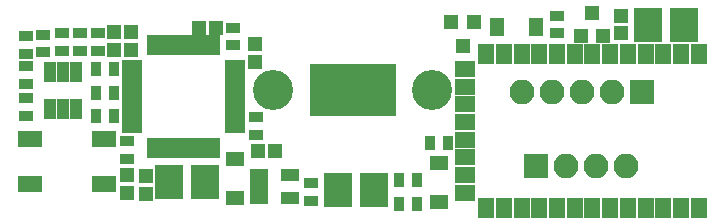
<source format=gbr>
G04 #@! TF.FileFunction,Soldermask,Top*
%FSLAX46Y46*%
G04 Gerber Fmt 4.6, Leading zero omitted, Abs format (unit mm)*
G04 Created by KiCad (PCBNEW 4.0.6) date 09/09/17 15:21:19*
%MOMM*%
%LPD*%
G01*
G04 APERTURE LIST*
%ADD10C,0.100000*%
%ADD11R,1.700000X1.400000*%
%ADD12R,1.400000X1.700000*%
%ADD13C,3.400000*%
%ADD14R,7.400000X4.400000*%
%ADD15R,1.150000X1.200000*%
%ADD16R,1.200000X1.150000*%
%ADD17R,2.350000X2.900000*%
%ADD18R,1.600000X1.300000*%
%ADD19R,1.300000X1.600000*%
%ADD20R,2.100000X2.100000*%
%ADD21O,2.100000X2.100000*%
%ADD22R,1.300000X0.900000*%
%ADD23R,1.200000X1.300000*%
%ADD24R,0.900000X1.300000*%
%ADD25R,2.100000X1.400000*%
%ADD26R,0.650000X1.700000*%
%ADD27R,1.700000X0.650000*%
%ADD28R,1.550000X1.000000*%
%ADD29R,1.100000X1.700000*%
G04 APERTURE END LIST*
D10*
D11*
X178000000Y-72250000D03*
X178000000Y-67750000D03*
X178000000Y-69250000D03*
X178000000Y-70750000D03*
X178000000Y-73750000D03*
X178000000Y-75250000D03*
X178000000Y-76750000D03*
X178000000Y-78250000D03*
D12*
X179800000Y-79500000D03*
X181300000Y-79500000D03*
X182800000Y-79500000D03*
X184300000Y-79500000D03*
X185800000Y-79500000D03*
X187300000Y-79500000D03*
X188800000Y-79500000D03*
X190300000Y-79500000D03*
X191800000Y-79500000D03*
X193300000Y-79500000D03*
X194800000Y-79500000D03*
X196300000Y-79500000D03*
X197800000Y-79500000D03*
X197800000Y-66500000D03*
X196300000Y-66500000D03*
X194800000Y-66500000D03*
X193300000Y-66500000D03*
X191800000Y-66500000D03*
X190300000Y-66500000D03*
X188800000Y-66500000D03*
X187300000Y-66500000D03*
X185800000Y-66500000D03*
X184300000Y-66500000D03*
X182800000Y-66500000D03*
X181300000Y-66500000D03*
X179800000Y-66500000D03*
D13*
X161770000Y-69500000D03*
X175230000Y-69500000D03*
D14*
X168500000Y-69500000D03*
D15*
X160200000Y-67150000D03*
X160200000Y-65650000D03*
X149400000Y-78250000D03*
X149400000Y-76750000D03*
D16*
X161950000Y-74700000D03*
X160450000Y-74700000D03*
X155450000Y-64300000D03*
X156950000Y-64300000D03*
D15*
X191250000Y-64750000D03*
X191250000Y-63250000D03*
D17*
X196525000Y-64000000D03*
X193475000Y-64000000D03*
X167275000Y-78000000D03*
X170325000Y-78000000D03*
X156025000Y-77300000D03*
X152975000Y-77300000D03*
D15*
X151000000Y-76850000D03*
X151000000Y-78350000D03*
X149700000Y-66150000D03*
X149700000Y-64650000D03*
X148300000Y-66150000D03*
X148300000Y-64650000D03*
D18*
X158500000Y-78650000D03*
X158500000Y-75350000D03*
D19*
X184050000Y-64200000D03*
X180750000Y-64200000D03*
D18*
X175800000Y-79050000D03*
X175800000Y-75750000D03*
D20*
X193000000Y-69750000D03*
D21*
X190460000Y-69750000D03*
X187920000Y-69750000D03*
X185380000Y-69750000D03*
X182840000Y-69750000D03*
D20*
X184000000Y-76000000D03*
D21*
X186540000Y-76000000D03*
X189080000Y-76000000D03*
X191620000Y-76000000D03*
D22*
X158400000Y-65750000D03*
X158400000Y-64250000D03*
X165000000Y-78950000D03*
X165000000Y-77450000D03*
D23*
X187800000Y-65000000D03*
X189700000Y-65000000D03*
X188750000Y-63000000D03*
X178750000Y-63800000D03*
X176850000Y-63800000D03*
X177800000Y-65800000D03*
D22*
X160300000Y-71850000D03*
X160300000Y-73350000D03*
X185800000Y-64750000D03*
X185800000Y-63250000D03*
D24*
X175050000Y-74000000D03*
X176550000Y-74000000D03*
X172450000Y-79200000D03*
X173950000Y-79200000D03*
X173950000Y-77200000D03*
X172450000Y-77200000D03*
D22*
X140800000Y-64950000D03*
X140800000Y-66450000D03*
X140800000Y-69050000D03*
X140800000Y-67550000D03*
X140800000Y-71750000D03*
X140800000Y-70250000D03*
X146900000Y-64750000D03*
X146900000Y-66250000D03*
X145400000Y-64750000D03*
X145400000Y-66250000D03*
X142300000Y-64850000D03*
X142300000Y-66350000D03*
X143900000Y-64750000D03*
X143900000Y-66250000D03*
D24*
X146750000Y-67800000D03*
X148250000Y-67800000D03*
X146750000Y-69800000D03*
X148250000Y-69800000D03*
X146750000Y-71700000D03*
X148250000Y-71700000D03*
D22*
X149400000Y-73850000D03*
X149400000Y-75350000D03*
D25*
X147450000Y-77500000D03*
X141150000Y-77500000D03*
X147450000Y-73700000D03*
X141150000Y-73700000D03*
D26*
X156950000Y-65750000D03*
X156450000Y-65750000D03*
X155950000Y-65750000D03*
X155450000Y-65750000D03*
X154950000Y-65750000D03*
X154450000Y-65750000D03*
X153950000Y-65750000D03*
X153450000Y-65750000D03*
X152950000Y-65750000D03*
X152450000Y-65750000D03*
X151950000Y-65750000D03*
X151450000Y-65750000D03*
D27*
X149850000Y-67350000D03*
X149850000Y-67850000D03*
X149850000Y-68350000D03*
X149850000Y-68850000D03*
X149850000Y-69350000D03*
X149850000Y-69850000D03*
X149850000Y-70350000D03*
X149850000Y-70850000D03*
X149850000Y-71350000D03*
X149850000Y-71850000D03*
X149850000Y-72350000D03*
X149850000Y-72850000D03*
D26*
X151450000Y-74450000D03*
X151950000Y-74450000D03*
X152450000Y-74450000D03*
X152950000Y-74450000D03*
X153450000Y-74450000D03*
X153950000Y-74450000D03*
X154450000Y-74450000D03*
X154950000Y-74450000D03*
X155450000Y-74450000D03*
X155950000Y-74450000D03*
X156450000Y-74450000D03*
X156950000Y-74450000D03*
D27*
X158550000Y-72850000D03*
X158550000Y-72350000D03*
X158550000Y-71850000D03*
X158550000Y-71350000D03*
X158550000Y-70850000D03*
X158550000Y-70350000D03*
X158550000Y-69850000D03*
X158550000Y-69350000D03*
X158550000Y-68850000D03*
X158550000Y-68350000D03*
X158550000Y-67850000D03*
X158550000Y-67350000D03*
D28*
X160600000Y-76750000D03*
X160600000Y-77700000D03*
X160600000Y-78650000D03*
X163200000Y-78650000D03*
X163200000Y-76750000D03*
D29*
X142900000Y-71150000D03*
X144000000Y-71150000D03*
X145100000Y-71150000D03*
X145100000Y-68050000D03*
X144000000Y-68050000D03*
X142900000Y-68050000D03*
M02*

</source>
